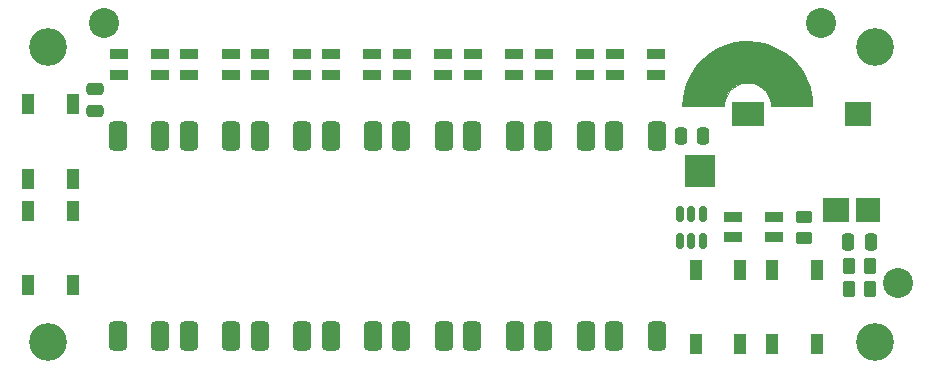
<source format=gbr>
%TF.GenerationSoftware,KiCad,Pcbnew,6.0.11-2627ca5db0~126~ubuntu22.04.1*%
%TF.CreationDate,2024-02-02T16:35:15+01:00*%
%TF.ProjectId,GrooveBox,47726f6f-7665-4426-9f78-2e6b69636164,rev?*%
%TF.SameCoordinates,Original*%
%TF.FileFunction,Soldermask,Top*%
%TF.FilePolarity,Negative*%
%FSLAX46Y46*%
G04 Gerber Fmt 4.6, Leading zero omitted, Abs format (unit mm)*
G04 Created by KiCad (PCBNEW 6.0.11-2627ca5db0~126~ubuntu22.04.1) date 2024-02-02 16:35:15*
%MOMM*%
%LPD*%
G01*
G04 APERTURE LIST*
G04 Aperture macros list*
%AMRoundRect*
0 Rectangle with rounded corners*
0 $1 Rounding radius*
0 $2 $3 $4 $5 $6 $7 $8 $9 X,Y pos of 4 corners*
0 Add a 4 corners polygon primitive as box body*
4,1,4,$2,$3,$4,$5,$6,$7,$8,$9,$2,$3,0*
0 Add four circle primitives for the rounded corners*
1,1,$1+$1,$2,$3*
1,1,$1+$1,$4,$5*
1,1,$1+$1,$6,$7*
1,1,$1+$1,$8,$9*
0 Add four rect primitives between the rounded corners*
20,1,$1+$1,$2,$3,$4,$5,0*
20,1,$1+$1,$4,$5,$6,$7,0*
20,1,$1+$1,$6,$7,$8,$9,0*
20,1,$1+$1,$8,$9,$2,$3,0*%
G04 Aperture macros list end*
%ADD10C,0.120000*%
%ADD11RoundRect,0.250000X0.450000X-0.262500X0.450000X0.262500X-0.450000X0.262500X-0.450000X-0.262500X0*%
%ADD12R,1.600000X0.850000*%
%ADD13C,3.200000*%
%ADD14R,1.000000X1.700000*%
%ADD15RoundRect,0.400000X0.400000X-0.850000X0.400000X0.850000X-0.400000X0.850000X-0.400000X-0.850000X0*%
%ADD16RoundRect,0.250000X-0.250000X-0.475000X0.250000X-0.475000X0.250000X0.475000X-0.250000X0.475000X0*%
%ADD17RoundRect,0.250000X-0.262500X-0.450000X0.262500X-0.450000X0.262500X0.450000X-0.262500X0.450000X0*%
%ADD18RoundRect,0.250000X0.475000X-0.250000X0.475000X0.250000X-0.475000X0.250000X-0.475000X-0.250000X0*%
%ADD19RoundRect,0.250000X0.250000X0.475000X-0.250000X0.475000X-0.250000X-0.475000X0.250000X-0.475000X0*%
%ADD20C,2.540000*%
%ADD21C,0.600000*%
%ADD22R,2.200000X2.100000*%
%ADD23R,2.700000X2.100000*%
%ADD24R,2.000000X2.100000*%
%ADD25R,2.600000X2.700000*%
%ADD26RoundRect,0.150000X-0.150000X0.512500X-0.150000X-0.512500X0.150000X-0.512500X0.150000X0.512500X0*%
G04 APERTURE END LIST*
%TO.C,LS1*%
G36*
X138276533Y-87050722D02*
G01*
X138866533Y-87170722D01*
X139536533Y-87390722D01*
X140196533Y-87720722D01*
X140816533Y-88110722D01*
X141426533Y-88630722D01*
X141736533Y-88990722D01*
X142076533Y-89460722D01*
X142356533Y-89880722D01*
X142566533Y-90370722D01*
X142756533Y-90850722D01*
X142896533Y-91440722D01*
X142976533Y-91850722D01*
X142996533Y-92500722D01*
X139506533Y-92500722D01*
X139496533Y-92230722D01*
X139406533Y-91900722D01*
X139276533Y-91580722D01*
X139056533Y-91260722D01*
X138746533Y-90940722D01*
X138406533Y-90720722D01*
X137996533Y-90550722D01*
X137646533Y-90520722D01*
X137496533Y-90510722D01*
X137276533Y-90520722D01*
X136946533Y-90580722D01*
X136626533Y-90690722D01*
X136246533Y-90950722D01*
X136026533Y-91140722D01*
X135736533Y-91530722D01*
X135586533Y-91860722D01*
X135506533Y-92210722D01*
X135496533Y-92500722D01*
X131996533Y-92500722D01*
X132016533Y-91890722D01*
X132126533Y-91320722D01*
X132326533Y-90590722D01*
X132556533Y-90100722D01*
X132986533Y-89330722D01*
X133346533Y-88890722D01*
X133816533Y-88420722D01*
X134306533Y-88030722D01*
X134846533Y-87670722D01*
X135586533Y-87320722D01*
X136426533Y-87100722D01*
X137136533Y-87020722D01*
X137506533Y-87000722D01*
X138276533Y-87050722D01*
G37*
D10*
X138276533Y-87050722D02*
X138866533Y-87170722D01*
X139536533Y-87390722D01*
X140196533Y-87720722D01*
X140816533Y-88110722D01*
X141426533Y-88630722D01*
X141736533Y-88990722D01*
X142076533Y-89460722D01*
X142356533Y-89880722D01*
X142566533Y-90370722D01*
X142756533Y-90850722D01*
X142896533Y-91440722D01*
X142976533Y-91850722D01*
X142996533Y-92500722D01*
X139506533Y-92500722D01*
X139496533Y-92230722D01*
X139406533Y-91900722D01*
X139276533Y-91580722D01*
X139056533Y-91260722D01*
X138746533Y-90940722D01*
X138406533Y-90720722D01*
X137996533Y-90550722D01*
X137646533Y-90520722D01*
X137496533Y-90510722D01*
X137276533Y-90520722D01*
X136946533Y-90580722D01*
X136626533Y-90690722D01*
X136246533Y-90950722D01*
X136026533Y-91140722D01*
X135736533Y-91530722D01*
X135586533Y-91860722D01*
X135506533Y-92210722D01*
X135496533Y-92500722D01*
X131996533Y-92500722D01*
X132016533Y-91890722D01*
X132126533Y-91320722D01*
X132326533Y-90590722D01*
X132556533Y-90100722D01*
X132986533Y-89330722D01*
X133346533Y-88890722D01*
X133816533Y-88420722D01*
X134306533Y-88030722D01*
X134846533Y-87670722D01*
X135586533Y-87320722D01*
X136426533Y-87100722D01*
X137136533Y-87020722D01*
X137506533Y-87000722D01*
X138276533Y-87050722D01*
%TD*%
D11*
%TO.C,R5*%
X142250000Y-103712500D03*
X142250000Y-101887500D03*
%TD*%
D12*
%TO.C,D9*%
X139750000Y-103625000D03*
X139750000Y-101875000D03*
X136250000Y-101875000D03*
X136250000Y-103625000D03*
%TD*%
D13*
%TO.C,H4*%
X78300000Y-112500000D03*
%TD*%
D14*
%TO.C,SW1*%
X76600000Y-98650000D03*
X76600000Y-92350000D03*
X80400000Y-98650000D03*
X80400000Y-92350000D03*
%TD*%
D15*
%TO.C,R4*%
X102200000Y-112000000D03*
X105800000Y-95000000D03*
X102200000Y-95000000D03*
X105800000Y-112000000D03*
%TD*%
%TO.C,P6*%
X114200000Y-112000000D03*
X117800000Y-95000000D03*
X114200000Y-95000000D03*
X117800000Y-112000000D03*
%TD*%
D16*
%TO.C,C4*%
X131850000Y-95000000D03*
X133750000Y-95000000D03*
%TD*%
D15*
%TO.C,P2*%
X90200000Y-112000000D03*
X93800000Y-95000000D03*
X90200000Y-95000000D03*
X93800000Y-112000000D03*
%TD*%
D14*
%TO.C,SW2*%
X76600000Y-101350000D03*
X76600000Y-107650000D03*
X80400000Y-107650000D03*
X80400000Y-101350000D03*
%TD*%
D12*
%TO.C,D4*%
X105750000Y-89875000D03*
X105750000Y-88125000D03*
X102250000Y-88125000D03*
X102250000Y-89875000D03*
%TD*%
%TO.C,D6*%
X117750000Y-89875000D03*
X117750000Y-88125000D03*
X114250000Y-88125000D03*
X114250000Y-89875000D03*
%TD*%
D17*
%TO.C,R2*%
X146087500Y-106000000D03*
X147912500Y-106000000D03*
%TD*%
D15*
%TO.C,P5*%
X108200000Y-112000000D03*
X108200000Y-95000000D03*
X111800000Y-95000000D03*
X111800000Y-112000000D03*
%TD*%
%TO.C,P8*%
X126200000Y-112000000D03*
X129800000Y-95000000D03*
X126200000Y-95000000D03*
X129800000Y-112000000D03*
%TD*%
D12*
%TO.C,D1*%
X87750000Y-89875000D03*
X87750000Y-88125000D03*
X84250000Y-88125000D03*
X84250000Y-89875000D03*
%TD*%
D14*
%TO.C,SW3*%
X133100000Y-112650000D03*
X133100000Y-106350000D03*
X136900000Y-106350000D03*
X136900000Y-112650000D03*
%TD*%
D18*
%TO.C,C3*%
X82250000Y-92950000D03*
X82250000Y-91050000D03*
%TD*%
D13*
%TO.C,H1*%
X78300000Y-87500000D03*
%TD*%
D19*
%TO.C,C1*%
X147950000Y-104000000D03*
X146050000Y-104000000D03*
%TD*%
D20*
%TO.C,FID3*%
X83000000Y-85500000D03*
%TD*%
D17*
%TO.C,R1*%
X146087500Y-108000000D03*
X147912500Y-108000000D03*
%TD*%
D12*
%TO.C,D5*%
X111750000Y-89875000D03*
X111750000Y-88125000D03*
X108250000Y-88125000D03*
X108250000Y-89875000D03*
%TD*%
%TO.C,D7*%
X123750000Y-89875000D03*
X123750000Y-88125000D03*
X120250000Y-88125000D03*
X120250000Y-89875000D03*
%TD*%
D21*
%TO.C,LS1*%
X140000000Y-92000000D03*
X140750000Y-89000000D03*
X139000000Y-89000000D03*
X140750000Y-90750000D03*
X139500000Y-88000000D03*
X137500000Y-87750000D03*
X133000000Y-92000000D03*
X142000000Y-92000000D03*
X140000000Y-89750000D03*
X135500000Y-88000000D03*
X135000000Y-92000000D03*
X133250000Y-90250000D03*
X141000000Y-92000000D03*
X135250000Y-91250000D03*
X135750000Y-90500000D03*
X134250000Y-90750000D03*
X137500000Y-89750000D03*
X139750000Y-91250000D03*
X135000000Y-89750000D03*
X137500000Y-88750000D03*
X136500000Y-90000000D03*
X138500000Y-90000000D03*
X139250000Y-90500000D03*
X141750000Y-90250000D03*
X134250000Y-89000000D03*
X134000000Y-92000000D03*
X136000000Y-89000000D03*
%TD*%
D20*
%TO.C,FID2*%
X143750000Y-85500000D03*
%TD*%
D12*
%TO.C,D3*%
X99750000Y-89875000D03*
X99750000Y-88125000D03*
X96250000Y-88125000D03*
X96250000Y-89875000D03*
%TD*%
D15*
%TO.C,R3*%
X96200000Y-112000000D03*
X96200000Y-95000000D03*
X99800000Y-95000000D03*
X99800000Y-112000000D03*
%TD*%
D20*
%TO.C,FID1*%
X150250000Y-107500000D03*
%TD*%
D15*
%TO.C,P7*%
X120200000Y-112000000D03*
X120200000Y-95000000D03*
X123800000Y-95000000D03*
X123800000Y-112000000D03*
%TD*%
D22*
%TO.C,J1*%
X146862500Y-93200000D03*
X144962500Y-101300000D03*
D23*
X137562500Y-93200000D03*
D24*
X147662500Y-101300000D03*
D25*
X133462500Y-98000000D03*
%TD*%
D12*
%TO.C,D2*%
X93750000Y-89875000D03*
X93750000Y-88125000D03*
X90250000Y-88125000D03*
X90250000Y-89875000D03*
%TD*%
D13*
%TO.C,H2*%
X148300000Y-87500000D03*
%TD*%
D15*
%TO.C,P1*%
X84200000Y-112000000D03*
X84200000Y-95000000D03*
X87800000Y-95000000D03*
X87800000Y-112000000D03*
%TD*%
D13*
%TO.C,H3*%
X148300000Y-112500000D03*
%TD*%
D12*
%TO.C,D8*%
X129750000Y-89875000D03*
X129750000Y-88125000D03*
X126250000Y-88125000D03*
X126250000Y-89875000D03*
%TD*%
D14*
%TO.C,SW4*%
X139600000Y-106350000D03*
X139600000Y-112650000D03*
X143400000Y-112650000D03*
X143400000Y-106350000D03*
%TD*%
D26*
%TO.C,U1*%
X133700000Y-101612500D03*
X132750000Y-101612500D03*
X131800000Y-101612500D03*
X131800000Y-103887500D03*
X132750000Y-103887500D03*
X133700000Y-103887500D03*
%TD*%
M02*

</source>
